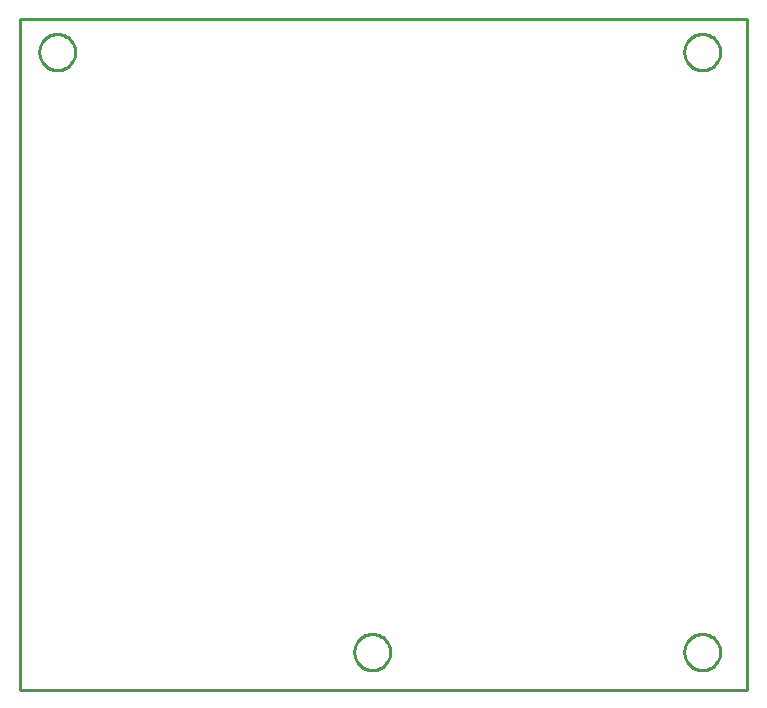
<source format=gbr>
G04 EAGLE Gerber RS-274X export*
G75*
%MOMM*%
%FSLAX34Y34*%
%LPD*%
%IN*%
%IPPOS*%
%AMOC8*
5,1,8,0,0,1.08239X$1,22.5*%
G01*
%ADD10C,0.254000*%


D10*
X0Y0D02*
X615750Y0D01*
X615750Y568200D01*
X0Y568200D01*
X0Y0D01*
X593090Y31206D02*
X593012Y30120D01*
X592857Y29042D01*
X592626Y27979D01*
X592319Y26934D01*
X591939Y25914D01*
X591487Y24924D01*
X590965Y23969D01*
X590376Y23053D01*
X589724Y22181D01*
X589011Y21359D01*
X588241Y20589D01*
X587419Y19876D01*
X586547Y19224D01*
X585631Y18635D01*
X584676Y18113D01*
X583686Y17661D01*
X582666Y17281D01*
X581621Y16974D01*
X580558Y16743D01*
X579480Y16588D01*
X578394Y16510D01*
X577306Y16510D01*
X576220Y16588D01*
X575142Y16743D01*
X574079Y16974D01*
X573034Y17281D01*
X572014Y17661D01*
X571024Y18113D01*
X570069Y18635D01*
X569153Y19224D01*
X568281Y19876D01*
X567459Y20589D01*
X566689Y21359D01*
X565976Y22181D01*
X565324Y23053D01*
X564735Y23969D01*
X564213Y24924D01*
X563761Y25914D01*
X563381Y26934D01*
X563074Y27979D01*
X562843Y29042D01*
X562688Y30120D01*
X562610Y31206D01*
X562610Y32294D01*
X562688Y33380D01*
X562843Y34458D01*
X563074Y35521D01*
X563381Y36566D01*
X563761Y37586D01*
X564213Y38576D01*
X564735Y39531D01*
X565324Y40447D01*
X565976Y41319D01*
X566689Y42141D01*
X567459Y42911D01*
X568281Y43624D01*
X569153Y44276D01*
X570069Y44865D01*
X571024Y45387D01*
X572014Y45839D01*
X573034Y46219D01*
X574079Y46526D01*
X575142Y46757D01*
X576220Y46912D01*
X577306Y46990D01*
X578394Y46990D01*
X579480Y46912D01*
X580558Y46757D01*
X581621Y46526D01*
X582666Y46219D01*
X583686Y45839D01*
X584676Y45387D01*
X585631Y44865D01*
X586547Y44276D01*
X587419Y43624D01*
X588241Y42911D01*
X589011Y42141D01*
X589724Y41319D01*
X590376Y40447D01*
X590965Y39531D01*
X591487Y38576D01*
X591939Y37586D01*
X592319Y36566D01*
X592626Y35521D01*
X592857Y34458D01*
X593012Y33380D01*
X593090Y32294D01*
X593090Y31206D01*
X46990Y539206D02*
X46912Y538120D01*
X46757Y537042D01*
X46526Y535979D01*
X46219Y534934D01*
X45839Y533914D01*
X45387Y532924D01*
X44865Y531969D01*
X44276Y531053D01*
X43624Y530181D01*
X42911Y529359D01*
X42141Y528589D01*
X41319Y527876D01*
X40447Y527224D01*
X39531Y526635D01*
X38576Y526113D01*
X37586Y525661D01*
X36566Y525281D01*
X35521Y524974D01*
X34458Y524743D01*
X33380Y524588D01*
X32294Y524510D01*
X31206Y524510D01*
X30120Y524588D01*
X29042Y524743D01*
X27979Y524974D01*
X26934Y525281D01*
X25914Y525661D01*
X24924Y526113D01*
X23969Y526635D01*
X23053Y527224D01*
X22181Y527876D01*
X21359Y528589D01*
X20589Y529359D01*
X19876Y530181D01*
X19224Y531053D01*
X18635Y531969D01*
X18113Y532924D01*
X17661Y533914D01*
X17281Y534934D01*
X16974Y535979D01*
X16743Y537042D01*
X16588Y538120D01*
X16510Y539206D01*
X16510Y540294D01*
X16588Y541380D01*
X16743Y542458D01*
X16974Y543521D01*
X17281Y544566D01*
X17661Y545586D01*
X18113Y546576D01*
X18635Y547531D01*
X19224Y548447D01*
X19876Y549319D01*
X20589Y550141D01*
X21359Y550911D01*
X22181Y551624D01*
X23053Y552276D01*
X23969Y552865D01*
X24924Y553387D01*
X25914Y553839D01*
X26934Y554219D01*
X27979Y554526D01*
X29042Y554757D01*
X30120Y554912D01*
X31206Y554990D01*
X32294Y554990D01*
X33380Y554912D01*
X34458Y554757D01*
X35521Y554526D01*
X36566Y554219D01*
X37586Y553839D01*
X38576Y553387D01*
X39531Y552865D01*
X40447Y552276D01*
X41319Y551624D01*
X42141Y550911D01*
X42911Y550141D01*
X43624Y549319D01*
X44276Y548447D01*
X44865Y547531D01*
X45387Y546576D01*
X45839Y545586D01*
X46219Y544566D01*
X46526Y543521D01*
X46757Y542458D01*
X46912Y541380D01*
X46990Y540294D01*
X46990Y539206D01*
X593090Y539206D02*
X593012Y538120D01*
X592857Y537042D01*
X592626Y535979D01*
X592319Y534934D01*
X591939Y533914D01*
X591487Y532924D01*
X590965Y531969D01*
X590376Y531053D01*
X589724Y530181D01*
X589011Y529359D01*
X588241Y528589D01*
X587419Y527876D01*
X586547Y527224D01*
X585631Y526635D01*
X584676Y526113D01*
X583686Y525661D01*
X582666Y525281D01*
X581621Y524974D01*
X580558Y524743D01*
X579480Y524588D01*
X578394Y524510D01*
X577306Y524510D01*
X576220Y524588D01*
X575142Y524743D01*
X574079Y524974D01*
X573034Y525281D01*
X572014Y525661D01*
X571024Y526113D01*
X570069Y526635D01*
X569153Y527224D01*
X568281Y527876D01*
X567459Y528589D01*
X566689Y529359D01*
X565976Y530181D01*
X565324Y531053D01*
X564735Y531969D01*
X564213Y532924D01*
X563761Y533914D01*
X563381Y534934D01*
X563074Y535979D01*
X562843Y537042D01*
X562688Y538120D01*
X562610Y539206D01*
X562610Y540294D01*
X562688Y541380D01*
X562843Y542458D01*
X563074Y543521D01*
X563381Y544566D01*
X563761Y545586D01*
X564213Y546576D01*
X564735Y547531D01*
X565324Y548447D01*
X565976Y549319D01*
X566689Y550141D01*
X567459Y550911D01*
X568281Y551624D01*
X569153Y552276D01*
X570069Y552865D01*
X571024Y553387D01*
X572014Y553839D01*
X573034Y554219D01*
X574079Y554526D01*
X575142Y554757D01*
X576220Y554912D01*
X577306Y554990D01*
X578394Y554990D01*
X579480Y554912D01*
X580558Y554757D01*
X581621Y554526D01*
X582666Y554219D01*
X583686Y553839D01*
X584676Y553387D01*
X585631Y552865D01*
X586547Y552276D01*
X587419Y551624D01*
X588241Y550911D01*
X589011Y550141D01*
X589724Y549319D01*
X590376Y548447D01*
X590965Y547531D01*
X591487Y546576D01*
X591939Y545586D01*
X592319Y544566D01*
X592626Y543521D01*
X592857Y542458D01*
X593012Y541380D01*
X593090Y540294D01*
X593090Y539206D01*
X313690Y31206D02*
X313612Y30120D01*
X313457Y29042D01*
X313226Y27979D01*
X312919Y26934D01*
X312539Y25914D01*
X312087Y24924D01*
X311565Y23969D01*
X310976Y23053D01*
X310324Y22181D01*
X309611Y21359D01*
X308841Y20589D01*
X308019Y19876D01*
X307147Y19224D01*
X306231Y18635D01*
X305276Y18113D01*
X304286Y17661D01*
X303266Y17281D01*
X302221Y16974D01*
X301158Y16743D01*
X300080Y16588D01*
X298994Y16510D01*
X297906Y16510D01*
X296820Y16588D01*
X295742Y16743D01*
X294679Y16974D01*
X293634Y17281D01*
X292614Y17661D01*
X291624Y18113D01*
X290669Y18635D01*
X289753Y19224D01*
X288881Y19876D01*
X288059Y20589D01*
X287289Y21359D01*
X286576Y22181D01*
X285924Y23053D01*
X285335Y23969D01*
X284813Y24924D01*
X284361Y25914D01*
X283981Y26934D01*
X283674Y27979D01*
X283443Y29042D01*
X283288Y30120D01*
X283210Y31206D01*
X283210Y32294D01*
X283288Y33380D01*
X283443Y34458D01*
X283674Y35521D01*
X283981Y36566D01*
X284361Y37586D01*
X284813Y38576D01*
X285335Y39531D01*
X285924Y40447D01*
X286576Y41319D01*
X287289Y42141D01*
X288059Y42911D01*
X288881Y43624D01*
X289753Y44276D01*
X290669Y44865D01*
X291624Y45387D01*
X292614Y45839D01*
X293634Y46219D01*
X294679Y46526D01*
X295742Y46757D01*
X296820Y46912D01*
X297906Y46990D01*
X298994Y46990D01*
X300080Y46912D01*
X301158Y46757D01*
X302221Y46526D01*
X303266Y46219D01*
X304286Y45839D01*
X305276Y45387D01*
X306231Y44865D01*
X307147Y44276D01*
X308019Y43624D01*
X308841Y42911D01*
X309611Y42141D01*
X310324Y41319D01*
X310976Y40447D01*
X311565Y39531D01*
X312087Y38576D01*
X312539Y37586D01*
X312919Y36566D01*
X313226Y35521D01*
X313457Y34458D01*
X313612Y33380D01*
X313690Y32294D01*
X313690Y31206D01*
M02*

</source>
